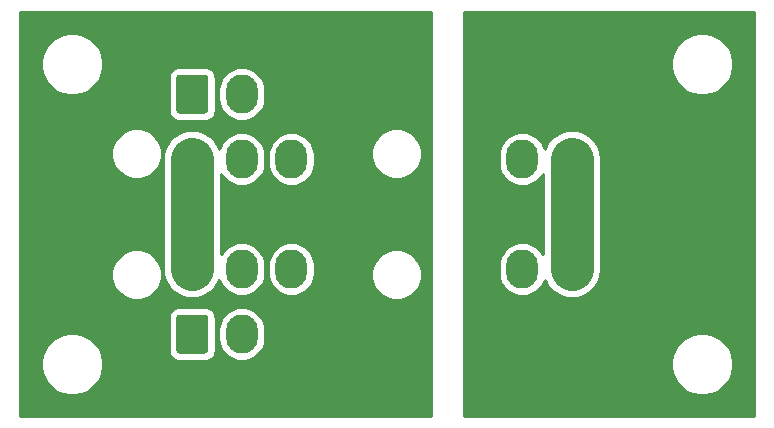
<source format=gbr>
%TF.GenerationSoftware,KiCad,Pcbnew,(5.1.9)-1*%
%TF.CreationDate,2021-11-10T12:24:04-07:00*%
%TF.ProjectId,ABSIS_Bulkhead_Connector,41425349-535f-4427-956c-6b686561645f,rev?*%
%TF.SameCoordinates,Original*%
%TF.FileFunction,Copper,L1,Top*%
%TF.FilePolarity,Positive*%
%FSLAX46Y46*%
G04 Gerber Fmt 4.6, Leading zero omitted, Abs format (unit mm)*
G04 Created by KiCad (PCBNEW (5.1.9)-1) date 2021-11-10 12:24:04*
%MOMM*%
%LPD*%
G01*
G04 APERTURE LIST*
%TA.AperFunction,ComponentPad*%
%ADD10O,2.700000X3.300000*%
%TD*%
%TA.AperFunction,Conductor*%
%ADD11C,3.657600*%
%TD*%
%TA.AperFunction,Conductor*%
%ADD12C,0.254000*%
%TD*%
%TA.AperFunction,Conductor*%
%ADD13C,0.100000*%
%TD*%
G04 APERTURE END LIST*
D10*
%TO.P,J4,4*%
%TO.N,/BL_DATA*%
X146440000Y-78320000D03*
%TO.P,J4,3*%
%TO.N,/BL_GND*%
X142240000Y-78320000D03*
%TO.P,J4,2*%
%TO.N,/BL_+5V*%
X146440000Y-83820000D03*
%TO.P,J4,1*%
%TA.AperFunction,ComponentPad*%
G36*
G01*
X140890000Y-85219999D02*
X140890000Y-82420001D01*
G75*
G02*
X141140001Y-82170000I250001J0D01*
G01*
X143339999Y-82170000D01*
G75*
G02*
X143590000Y-82420001I0J-250001D01*
G01*
X143590000Y-85219999D01*
G75*
G02*
X143339999Y-85470000I-250001J0D01*
G01*
X141140001Y-85470000D01*
G75*
G02*
X140890000Y-85219999I0J250001D01*
G01*
G37*
%TD.AperFunction*%
%TD*%
%TO.P,J3,8*%
%TO.N,/ABSIS_+12V*%
X126900000Y-78320000D03*
%TO.P,J3,7*%
%TO.N,/ABSIS_+5V*%
X122700000Y-78320000D03*
%TO.P,J3,6*%
X118500000Y-78320000D03*
%TO.P,J3,5*%
%TO.N,/ABSIS_+3.3V*%
X114300000Y-78320000D03*
%TO.P,J3,4*%
%TO.N,/ABSIS_+12V*%
X126900000Y-83820000D03*
%TO.P,J3,3*%
X122700000Y-83820000D03*
%TO.P,J3,2*%
%TO.N,/ABSIS_GND*%
X118500000Y-83820000D03*
%TO.P,J3,1*%
%TA.AperFunction,ComponentPad*%
G36*
G01*
X112950000Y-85219999D02*
X112950000Y-82420001D01*
G75*
G02*
X113200001Y-82170000I250001J0D01*
G01*
X115399999Y-82170000D01*
G75*
G02*
X115650000Y-82420001I0J-250001D01*
G01*
X115650000Y-85219999D01*
G75*
G02*
X115399999Y-85470000I-250001J0D01*
G01*
X113200001Y-85470000D01*
G75*
G02*
X112950000Y-85219999I0J250001D01*
G01*
G37*
%TD.AperFunction*%
%TD*%
%TO.P,J2,4*%
%TO.N,/BL_DATA*%
X146440000Y-69000000D03*
%TO.P,J2,3*%
%TO.N,/BL_GND*%
X142240000Y-69000000D03*
%TO.P,J2,2*%
%TO.N,/BL_+5V*%
X146440000Y-63500000D03*
%TO.P,J2,1*%
%TA.AperFunction,ComponentPad*%
G36*
G01*
X140890000Y-64899999D02*
X140890000Y-62100001D01*
G75*
G02*
X141140001Y-61850000I250001J0D01*
G01*
X143339999Y-61850000D01*
G75*
G02*
X143590000Y-62100001I0J-250001D01*
G01*
X143590000Y-64899999D01*
G75*
G02*
X143339999Y-65150000I-250001J0D01*
G01*
X141140001Y-65150000D01*
G75*
G02*
X140890000Y-64899999I0J250001D01*
G01*
G37*
%TD.AperFunction*%
%TD*%
%TO.P,J1,8*%
%TO.N,/ABSIS_+12V*%
X126900000Y-69000000D03*
%TO.P,J1,7*%
%TO.N,/ABSIS_+5V*%
X122700000Y-69000000D03*
%TO.P,J1,6*%
X118500000Y-69000000D03*
%TO.P,J1,5*%
%TO.N,/ABSIS_+3.3V*%
X114300000Y-69000000D03*
%TO.P,J1,4*%
%TO.N,/ABSIS_+12V*%
X126900000Y-63500000D03*
%TO.P,J1,3*%
X122700000Y-63500000D03*
%TO.P,J1,2*%
%TO.N,/ABSIS_GND*%
X118500000Y-63500000D03*
%TO.P,J1,1*%
%TA.AperFunction,ComponentPad*%
G36*
G01*
X112950000Y-64899999D02*
X112950000Y-62100001D01*
G75*
G02*
X113200001Y-61850000I250001J0D01*
G01*
X115399999Y-61850000D01*
G75*
G02*
X115650000Y-62100001I0J-250001D01*
G01*
X115650000Y-64899999D01*
G75*
G02*
X115399999Y-65150000I-250001J0D01*
G01*
X113200001Y-65150000D01*
G75*
G02*
X112950000Y-64899999I0J250001D01*
G01*
G37*
%TD.AperFunction*%
%TD*%
D11*
%TO.N,/ABSIS_+3.3V*%
X114300000Y-78320000D02*
X114300000Y-69000000D01*
%TO.N,/BL_DATA*%
X146440000Y-69000000D02*
X146440000Y-78320000D01*
%TD*%
D12*
%TO.N,/ABSIS_+12V*%
X134493000Y-90780000D02*
X99720000Y-90780000D01*
X99720000Y-86100475D01*
X101505000Y-86100475D01*
X101505000Y-86619525D01*
X101606261Y-87128601D01*
X101804893Y-87608141D01*
X102093262Y-88039715D01*
X102460285Y-88406738D01*
X102891859Y-88695107D01*
X103371399Y-88893739D01*
X103880475Y-88995000D01*
X104399525Y-88995000D01*
X104908601Y-88893739D01*
X105388141Y-88695107D01*
X105819715Y-88406738D01*
X106186738Y-88039715D01*
X106475107Y-87608141D01*
X106673739Y-87128601D01*
X106775000Y-86619525D01*
X106775000Y-86100475D01*
X106673739Y-85591399D01*
X106475107Y-85111859D01*
X106186738Y-84680285D01*
X105819715Y-84313262D01*
X105388141Y-84024893D01*
X104908601Y-83826261D01*
X104399525Y-83725000D01*
X103880475Y-83725000D01*
X103371399Y-83826261D01*
X102891859Y-84024893D01*
X102460285Y-84313262D01*
X102093262Y-84680285D01*
X101804893Y-85111859D01*
X101606261Y-85591399D01*
X101505000Y-86100475D01*
X99720000Y-86100475D01*
X99720000Y-82420001D01*
X112311928Y-82420001D01*
X112311928Y-85219999D01*
X112328992Y-85393253D01*
X112379529Y-85559850D01*
X112461595Y-85713386D01*
X112572039Y-85847961D01*
X112706614Y-85958405D01*
X112860150Y-86040471D01*
X113026747Y-86091008D01*
X113200001Y-86108072D01*
X115399999Y-86108072D01*
X115573253Y-86091008D01*
X115739850Y-86040471D01*
X115893386Y-85958405D01*
X116027961Y-85847961D01*
X116138405Y-85713386D01*
X116220471Y-85559850D01*
X116271008Y-85393253D01*
X116288072Y-85219999D01*
X116288072Y-83422491D01*
X116515000Y-83422491D01*
X116515000Y-84217510D01*
X116543722Y-84509128D01*
X116657226Y-84883302D01*
X116841547Y-85228143D01*
X117089603Y-85530398D01*
X117391858Y-85778453D01*
X117736699Y-85962774D01*
X118110873Y-86076278D01*
X118500000Y-86114604D01*
X118889128Y-86076278D01*
X119263302Y-85962774D01*
X119608143Y-85778453D01*
X119910398Y-85530398D01*
X120158453Y-85228143D01*
X120342774Y-84883302D01*
X120456278Y-84509127D01*
X120485000Y-84217509D01*
X120485000Y-83422490D01*
X120456278Y-83130872D01*
X120342774Y-82756698D01*
X120158453Y-82411857D01*
X119910398Y-82109602D01*
X119608143Y-81861547D01*
X119263301Y-81677226D01*
X118889127Y-81563722D01*
X118500000Y-81525396D01*
X118110872Y-81563722D01*
X117736698Y-81677226D01*
X117391857Y-81861547D01*
X117089602Y-82109602D01*
X116841547Y-82411857D01*
X116657226Y-82756699D01*
X116543722Y-83130873D01*
X116515000Y-83422491D01*
X116288072Y-83422491D01*
X116288072Y-82420001D01*
X116271008Y-82246747D01*
X116220471Y-82080150D01*
X116138405Y-81926614D01*
X116027961Y-81792039D01*
X115893386Y-81681595D01*
X115739850Y-81599529D01*
X115573253Y-81548992D01*
X115399999Y-81531928D01*
X113200001Y-81531928D01*
X113026747Y-81548992D01*
X112860150Y-81599529D01*
X112706614Y-81681595D01*
X112572039Y-81792039D01*
X112461595Y-81926614D01*
X112379529Y-82080150D01*
X112328992Y-82246747D01*
X112311928Y-82420001D01*
X99720000Y-82420001D01*
X99720000Y-78569721D01*
X107465000Y-78569721D01*
X107465000Y-78990279D01*
X107547047Y-79402756D01*
X107707988Y-79791302D01*
X107941637Y-80140983D01*
X108239017Y-80438363D01*
X108588698Y-80672012D01*
X108977244Y-80832953D01*
X109389721Y-80915000D01*
X109810279Y-80915000D01*
X110222756Y-80832953D01*
X110611302Y-80672012D01*
X110960983Y-80438363D01*
X111258363Y-80140983D01*
X111492012Y-79791302D01*
X111652953Y-79402756D01*
X111735000Y-78990279D01*
X111735000Y-78569721D01*
X111709403Y-78441036D01*
X111836200Y-78441036D01*
X111871849Y-78802988D01*
X112012732Y-79267416D01*
X112241513Y-79695436D01*
X112549401Y-80070599D01*
X112924563Y-80378487D01*
X113352583Y-80607268D01*
X113817011Y-80748151D01*
X114300000Y-80795721D01*
X114782988Y-80748151D01*
X115247416Y-80607268D01*
X115675436Y-80378487D01*
X116050599Y-80070599D01*
X116358487Y-79695437D01*
X116587268Y-79267417D01*
X116604670Y-79210049D01*
X116657226Y-79383302D01*
X116841547Y-79728143D01*
X117089603Y-80030398D01*
X117391858Y-80278453D01*
X117736699Y-80462774D01*
X118110873Y-80576278D01*
X118500000Y-80614604D01*
X118889128Y-80576278D01*
X119263302Y-80462774D01*
X119608143Y-80278453D01*
X119910398Y-80030398D01*
X120158453Y-79728143D01*
X120342774Y-79383302D01*
X120456278Y-79009127D01*
X120485000Y-78717509D01*
X120485000Y-77922491D01*
X120715000Y-77922491D01*
X120715000Y-78717510D01*
X120743722Y-79009128D01*
X120857226Y-79383302D01*
X121041547Y-79728143D01*
X121289603Y-80030398D01*
X121591858Y-80278453D01*
X121936699Y-80462774D01*
X122310873Y-80576278D01*
X122700000Y-80614604D01*
X123089128Y-80576278D01*
X123463302Y-80462774D01*
X123808143Y-80278453D01*
X124110398Y-80030398D01*
X124358453Y-79728143D01*
X124542774Y-79383302D01*
X124656278Y-79009127D01*
X124685000Y-78717509D01*
X124685000Y-78569721D01*
X129465000Y-78569721D01*
X129465000Y-78990279D01*
X129547047Y-79402756D01*
X129707988Y-79791302D01*
X129941637Y-80140983D01*
X130239017Y-80438363D01*
X130588698Y-80672012D01*
X130977244Y-80832953D01*
X131389721Y-80915000D01*
X131810279Y-80915000D01*
X132222756Y-80832953D01*
X132611302Y-80672012D01*
X132960983Y-80438363D01*
X133258363Y-80140983D01*
X133492012Y-79791302D01*
X133652953Y-79402756D01*
X133735000Y-78990279D01*
X133735000Y-78569721D01*
X133652953Y-78157244D01*
X133492012Y-77768698D01*
X133258363Y-77419017D01*
X132960983Y-77121637D01*
X132611302Y-76887988D01*
X132222756Y-76727047D01*
X131810279Y-76645000D01*
X131389721Y-76645000D01*
X130977244Y-76727047D01*
X130588698Y-76887988D01*
X130239017Y-77121637D01*
X129941637Y-77419017D01*
X129707988Y-77768698D01*
X129547047Y-78157244D01*
X129465000Y-78569721D01*
X124685000Y-78569721D01*
X124685000Y-77922490D01*
X124656278Y-77630872D01*
X124542774Y-77256698D01*
X124358453Y-76911857D01*
X124110398Y-76609602D01*
X123808143Y-76361547D01*
X123463301Y-76177226D01*
X123089127Y-76063722D01*
X122700000Y-76025396D01*
X122310872Y-76063722D01*
X121936698Y-76177226D01*
X121591857Y-76361547D01*
X121289602Y-76609602D01*
X121041547Y-76911857D01*
X120857226Y-77256699D01*
X120743722Y-77630873D01*
X120715000Y-77922491D01*
X120485000Y-77922491D01*
X120485000Y-77922490D01*
X120456278Y-77630872D01*
X120342774Y-77256698D01*
X120158453Y-76911857D01*
X119910398Y-76609602D01*
X119608143Y-76361547D01*
X119263301Y-76177226D01*
X118889127Y-76063722D01*
X118500000Y-76025396D01*
X118110872Y-76063722D01*
X117736698Y-76177226D01*
X117391857Y-76361547D01*
X117089602Y-76609602D01*
X116841547Y-76911857D01*
X116763800Y-77057312D01*
X116763800Y-70262688D01*
X116841547Y-70408143D01*
X117089603Y-70710398D01*
X117391858Y-70958453D01*
X117736699Y-71142774D01*
X118110873Y-71256278D01*
X118500000Y-71294604D01*
X118889128Y-71256278D01*
X119263302Y-71142774D01*
X119608143Y-70958453D01*
X119910398Y-70710398D01*
X120158453Y-70408143D01*
X120342774Y-70063302D01*
X120456278Y-69689127D01*
X120485000Y-69397509D01*
X120485000Y-68602491D01*
X120715000Y-68602491D01*
X120715000Y-69397510D01*
X120743722Y-69689128D01*
X120857226Y-70063302D01*
X121041547Y-70408143D01*
X121289603Y-70710398D01*
X121591858Y-70958453D01*
X121936699Y-71142774D01*
X122310873Y-71256278D01*
X122700000Y-71294604D01*
X123089128Y-71256278D01*
X123463302Y-71142774D01*
X123808143Y-70958453D01*
X124110398Y-70710398D01*
X124358453Y-70408143D01*
X124542774Y-70063302D01*
X124656278Y-69689127D01*
X124685000Y-69397509D01*
X124685000Y-68602490D01*
X124658135Y-68329721D01*
X129465000Y-68329721D01*
X129465000Y-68750279D01*
X129547047Y-69162756D01*
X129707988Y-69551302D01*
X129941637Y-69900983D01*
X130239017Y-70198363D01*
X130588698Y-70432012D01*
X130977244Y-70592953D01*
X131389721Y-70675000D01*
X131810279Y-70675000D01*
X132222756Y-70592953D01*
X132611302Y-70432012D01*
X132960983Y-70198363D01*
X133258363Y-69900983D01*
X133492012Y-69551302D01*
X133652953Y-69162756D01*
X133735000Y-68750279D01*
X133735000Y-68329721D01*
X133652953Y-67917244D01*
X133492012Y-67528698D01*
X133258363Y-67179017D01*
X132960983Y-66881637D01*
X132611302Y-66647988D01*
X132222756Y-66487047D01*
X131810279Y-66405000D01*
X131389721Y-66405000D01*
X130977244Y-66487047D01*
X130588698Y-66647988D01*
X130239017Y-66881637D01*
X129941637Y-67179017D01*
X129707988Y-67528698D01*
X129547047Y-67917244D01*
X129465000Y-68329721D01*
X124658135Y-68329721D01*
X124656278Y-68310872D01*
X124542774Y-67936698D01*
X124358453Y-67591857D01*
X124110398Y-67289602D01*
X123808143Y-67041547D01*
X123463301Y-66857226D01*
X123089127Y-66743722D01*
X122700000Y-66705396D01*
X122310872Y-66743722D01*
X121936698Y-66857226D01*
X121591857Y-67041547D01*
X121289602Y-67289602D01*
X121041547Y-67591857D01*
X120857226Y-67936699D01*
X120743722Y-68310873D01*
X120715000Y-68602491D01*
X120485000Y-68602491D01*
X120485000Y-68602490D01*
X120456278Y-68310872D01*
X120342774Y-67936698D01*
X120158453Y-67591857D01*
X119910398Y-67289602D01*
X119608143Y-67041547D01*
X119263301Y-66857226D01*
X118889127Y-66743722D01*
X118500000Y-66705396D01*
X118110872Y-66743722D01*
X117736698Y-66857226D01*
X117391857Y-67041547D01*
X117089602Y-67289602D01*
X116841547Y-67591857D01*
X116657226Y-67936699D01*
X116604671Y-68109952D01*
X116587268Y-68052583D01*
X116358487Y-67624563D01*
X116050599Y-67249401D01*
X115675437Y-66941513D01*
X115247417Y-66712732D01*
X114782989Y-66571849D01*
X114300000Y-66524279D01*
X113817012Y-66571849D01*
X113352584Y-66712732D01*
X112924564Y-66941513D01*
X112549402Y-67249401D01*
X112241514Y-67624563D01*
X112012733Y-68052583D01*
X111871850Y-68517011D01*
X111836201Y-68878963D01*
X111836200Y-78441036D01*
X111709403Y-78441036D01*
X111652953Y-78157244D01*
X111492012Y-77768698D01*
X111258363Y-77419017D01*
X110960983Y-77121637D01*
X110611302Y-76887988D01*
X110222756Y-76727047D01*
X109810279Y-76645000D01*
X109389721Y-76645000D01*
X108977244Y-76727047D01*
X108588698Y-76887988D01*
X108239017Y-77121637D01*
X107941637Y-77419017D01*
X107707988Y-77768698D01*
X107547047Y-78157244D01*
X107465000Y-78569721D01*
X99720000Y-78569721D01*
X99720000Y-68329721D01*
X107465000Y-68329721D01*
X107465000Y-68750279D01*
X107547047Y-69162756D01*
X107707988Y-69551302D01*
X107941637Y-69900983D01*
X108239017Y-70198363D01*
X108588698Y-70432012D01*
X108977244Y-70592953D01*
X109389721Y-70675000D01*
X109810279Y-70675000D01*
X110222756Y-70592953D01*
X110611302Y-70432012D01*
X110960983Y-70198363D01*
X111258363Y-69900983D01*
X111492012Y-69551302D01*
X111652953Y-69162756D01*
X111735000Y-68750279D01*
X111735000Y-68329721D01*
X111652953Y-67917244D01*
X111492012Y-67528698D01*
X111258363Y-67179017D01*
X110960983Y-66881637D01*
X110611302Y-66647988D01*
X110222756Y-66487047D01*
X109810279Y-66405000D01*
X109389721Y-66405000D01*
X108977244Y-66487047D01*
X108588698Y-66647988D01*
X108239017Y-66881637D01*
X107941637Y-67179017D01*
X107707988Y-67528698D01*
X107547047Y-67917244D01*
X107465000Y-68329721D01*
X99720000Y-68329721D01*
X99720000Y-60700475D01*
X101505000Y-60700475D01*
X101505000Y-61219525D01*
X101606261Y-61728601D01*
X101804893Y-62208141D01*
X102093262Y-62639715D01*
X102460285Y-63006738D01*
X102891859Y-63295107D01*
X103371399Y-63493739D01*
X103880475Y-63595000D01*
X104399525Y-63595000D01*
X104908601Y-63493739D01*
X105388141Y-63295107D01*
X105819715Y-63006738D01*
X106186738Y-62639715D01*
X106475107Y-62208141D01*
X106519900Y-62100001D01*
X112311928Y-62100001D01*
X112311928Y-64899999D01*
X112328992Y-65073253D01*
X112379529Y-65239850D01*
X112461595Y-65393386D01*
X112572039Y-65527961D01*
X112706614Y-65638405D01*
X112860150Y-65720471D01*
X113026747Y-65771008D01*
X113200001Y-65788072D01*
X115399999Y-65788072D01*
X115573253Y-65771008D01*
X115739850Y-65720471D01*
X115893386Y-65638405D01*
X116027961Y-65527961D01*
X116138405Y-65393386D01*
X116220471Y-65239850D01*
X116271008Y-65073253D01*
X116288072Y-64899999D01*
X116288072Y-63102491D01*
X116515000Y-63102491D01*
X116515000Y-63897510D01*
X116543722Y-64189128D01*
X116657226Y-64563302D01*
X116841547Y-64908143D01*
X117089603Y-65210398D01*
X117391858Y-65458453D01*
X117736699Y-65642774D01*
X118110873Y-65756278D01*
X118500000Y-65794604D01*
X118889128Y-65756278D01*
X119263302Y-65642774D01*
X119608143Y-65458453D01*
X119910398Y-65210398D01*
X120158453Y-64908143D01*
X120342774Y-64563302D01*
X120456278Y-64189127D01*
X120485000Y-63897509D01*
X120485000Y-63102490D01*
X120456278Y-62810872D01*
X120342774Y-62436698D01*
X120158453Y-62091857D01*
X119910398Y-61789602D01*
X119608143Y-61541547D01*
X119263301Y-61357226D01*
X118889127Y-61243722D01*
X118500000Y-61205396D01*
X118110872Y-61243722D01*
X117736698Y-61357226D01*
X117391857Y-61541547D01*
X117089602Y-61789602D01*
X116841547Y-62091857D01*
X116657226Y-62436699D01*
X116543722Y-62810873D01*
X116515000Y-63102491D01*
X116288072Y-63102491D01*
X116288072Y-62100001D01*
X116271008Y-61926747D01*
X116220471Y-61760150D01*
X116138405Y-61606614D01*
X116027961Y-61472039D01*
X115893386Y-61361595D01*
X115739850Y-61279529D01*
X115573253Y-61228992D01*
X115399999Y-61211928D01*
X113200001Y-61211928D01*
X113026747Y-61228992D01*
X112860150Y-61279529D01*
X112706614Y-61361595D01*
X112572039Y-61472039D01*
X112461595Y-61606614D01*
X112379529Y-61760150D01*
X112328992Y-61926747D01*
X112311928Y-62100001D01*
X106519900Y-62100001D01*
X106673739Y-61728601D01*
X106775000Y-61219525D01*
X106775000Y-60700475D01*
X106673739Y-60191399D01*
X106475107Y-59711859D01*
X106186738Y-59280285D01*
X105819715Y-58913262D01*
X105388141Y-58624893D01*
X104908601Y-58426261D01*
X104399525Y-58325000D01*
X103880475Y-58325000D01*
X103371399Y-58426261D01*
X102891859Y-58624893D01*
X102460285Y-58913262D01*
X102093262Y-59280285D01*
X101804893Y-59711859D01*
X101606261Y-60191399D01*
X101505000Y-60700475D01*
X99720000Y-60700475D01*
X99720000Y-56540000D01*
X134493000Y-56540000D01*
X134493000Y-90780000D01*
%TA.AperFunction,Conductor*%
D13*
G36*
X134493000Y-90780000D02*
G01*
X99720000Y-90780000D01*
X99720000Y-86100475D01*
X101505000Y-86100475D01*
X101505000Y-86619525D01*
X101606261Y-87128601D01*
X101804893Y-87608141D01*
X102093262Y-88039715D01*
X102460285Y-88406738D01*
X102891859Y-88695107D01*
X103371399Y-88893739D01*
X103880475Y-88995000D01*
X104399525Y-88995000D01*
X104908601Y-88893739D01*
X105388141Y-88695107D01*
X105819715Y-88406738D01*
X106186738Y-88039715D01*
X106475107Y-87608141D01*
X106673739Y-87128601D01*
X106775000Y-86619525D01*
X106775000Y-86100475D01*
X106673739Y-85591399D01*
X106475107Y-85111859D01*
X106186738Y-84680285D01*
X105819715Y-84313262D01*
X105388141Y-84024893D01*
X104908601Y-83826261D01*
X104399525Y-83725000D01*
X103880475Y-83725000D01*
X103371399Y-83826261D01*
X102891859Y-84024893D01*
X102460285Y-84313262D01*
X102093262Y-84680285D01*
X101804893Y-85111859D01*
X101606261Y-85591399D01*
X101505000Y-86100475D01*
X99720000Y-86100475D01*
X99720000Y-82420001D01*
X112311928Y-82420001D01*
X112311928Y-85219999D01*
X112328992Y-85393253D01*
X112379529Y-85559850D01*
X112461595Y-85713386D01*
X112572039Y-85847961D01*
X112706614Y-85958405D01*
X112860150Y-86040471D01*
X113026747Y-86091008D01*
X113200001Y-86108072D01*
X115399999Y-86108072D01*
X115573253Y-86091008D01*
X115739850Y-86040471D01*
X115893386Y-85958405D01*
X116027961Y-85847961D01*
X116138405Y-85713386D01*
X116220471Y-85559850D01*
X116271008Y-85393253D01*
X116288072Y-85219999D01*
X116288072Y-83422491D01*
X116515000Y-83422491D01*
X116515000Y-84217510D01*
X116543722Y-84509128D01*
X116657226Y-84883302D01*
X116841547Y-85228143D01*
X117089603Y-85530398D01*
X117391858Y-85778453D01*
X117736699Y-85962774D01*
X118110873Y-86076278D01*
X118500000Y-86114604D01*
X118889128Y-86076278D01*
X119263302Y-85962774D01*
X119608143Y-85778453D01*
X119910398Y-85530398D01*
X120158453Y-85228143D01*
X120342774Y-84883302D01*
X120456278Y-84509127D01*
X120485000Y-84217509D01*
X120485000Y-83422490D01*
X120456278Y-83130872D01*
X120342774Y-82756698D01*
X120158453Y-82411857D01*
X119910398Y-82109602D01*
X119608143Y-81861547D01*
X119263301Y-81677226D01*
X118889127Y-81563722D01*
X118500000Y-81525396D01*
X118110872Y-81563722D01*
X117736698Y-81677226D01*
X117391857Y-81861547D01*
X117089602Y-82109602D01*
X116841547Y-82411857D01*
X116657226Y-82756699D01*
X116543722Y-83130873D01*
X116515000Y-83422491D01*
X116288072Y-83422491D01*
X116288072Y-82420001D01*
X116271008Y-82246747D01*
X116220471Y-82080150D01*
X116138405Y-81926614D01*
X116027961Y-81792039D01*
X115893386Y-81681595D01*
X115739850Y-81599529D01*
X115573253Y-81548992D01*
X115399999Y-81531928D01*
X113200001Y-81531928D01*
X113026747Y-81548992D01*
X112860150Y-81599529D01*
X112706614Y-81681595D01*
X112572039Y-81792039D01*
X112461595Y-81926614D01*
X112379529Y-82080150D01*
X112328992Y-82246747D01*
X112311928Y-82420001D01*
X99720000Y-82420001D01*
X99720000Y-78569721D01*
X107465000Y-78569721D01*
X107465000Y-78990279D01*
X107547047Y-79402756D01*
X107707988Y-79791302D01*
X107941637Y-80140983D01*
X108239017Y-80438363D01*
X108588698Y-80672012D01*
X108977244Y-80832953D01*
X109389721Y-80915000D01*
X109810279Y-80915000D01*
X110222756Y-80832953D01*
X110611302Y-80672012D01*
X110960983Y-80438363D01*
X111258363Y-80140983D01*
X111492012Y-79791302D01*
X111652953Y-79402756D01*
X111735000Y-78990279D01*
X111735000Y-78569721D01*
X111709403Y-78441036D01*
X111836200Y-78441036D01*
X111871849Y-78802988D01*
X112012732Y-79267416D01*
X112241513Y-79695436D01*
X112549401Y-80070599D01*
X112924563Y-80378487D01*
X113352583Y-80607268D01*
X113817011Y-80748151D01*
X114300000Y-80795721D01*
X114782988Y-80748151D01*
X115247416Y-80607268D01*
X115675436Y-80378487D01*
X116050599Y-80070599D01*
X116358487Y-79695437D01*
X116587268Y-79267417D01*
X116604670Y-79210049D01*
X116657226Y-79383302D01*
X116841547Y-79728143D01*
X117089603Y-80030398D01*
X117391858Y-80278453D01*
X117736699Y-80462774D01*
X118110873Y-80576278D01*
X118500000Y-80614604D01*
X118889128Y-80576278D01*
X119263302Y-80462774D01*
X119608143Y-80278453D01*
X119910398Y-80030398D01*
X120158453Y-79728143D01*
X120342774Y-79383302D01*
X120456278Y-79009127D01*
X120485000Y-78717509D01*
X120485000Y-77922491D01*
X120715000Y-77922491D01*
X120715000Y-78717510D01*
X120743722Y-79009128D01*
X120857226Y-79383302D01*
X121041547Y-79728143D01*
X121289603Y-80030398D01*
X121591858Y-80278453D01*
X121936699Y-80462774D01*
X122310873Y-80576278D01*
X122700000Y-80614604D01*
X123089128Y-80576278D01*
X123463302Y-80462774D01*
X123808143Y-80278453D01*
X124110398Y-80030398D01*
X124358453Y-79728143D01*
X124542774Y-79383302D01*
X124656278Y-79009127D01*
X124685000Y-78717509D01*
X124685000Y-78569721D01*
X129465000Y-78569721D01*
X129465000Y-78990279D01*
X129547047Y-79402756D01*
X129707988Y-79791302D01*
X129941637Y-80140983D01*
X130239017Y-80438363D01*
X130588698Y-80672012D01*
X130977244Y-80832953D01*
X131389721Y-80915000D01*
X131810279Y-80915000D01*
X132222756Y-80832953D01*
X132611302Y-80672012D01*
X132960983Y-80438363D01*
X133258363Y-80140983D01*
X133492012Y-79791302D01*
X133652953Y-79402756D01*
X133735000Y-78990279D01*
X133735000Y-78569721D01*
X133652953Y-78157244D01*
X133492012Y-77768698D01*
X133258363Y-77419017D01*
X132960983Y-77121637D01*
X132611302Y-76887988D01*
X132222756Y-76727047D01*
X131810279Y-76645000D01*
X131389721Y-76645000D01*
X130977244Y-76727047D01*
X130588698Y-76887988D01*
X130239017Y-77121637D01*
X129941637Y-77419017D01*
X129707988Y-77768698D01*
X129547047Y-78157244D01*
X129465000Y-78569721D01*
X124685000Y-78569721D01*
X124685000Y-77922490D01*
X124656278Y-77630872D01*
X124542774Y-77256698D01*
X124358453Y-76911857D01*
X124110398Y-76609602D01*
X123808143Y-76361547D01*
X123463301Y-76177226D01*
X123089127Y-76063722D01*
X122700000Y-76025396D01*
X122310872Y-76063722D01*
X121936698Y-76177226D01*
X121591857Y-76361547D01*
X121289602Y-76609602D01*
X121041547Y-76911857D01*
X120857226Y-77256699D01*
X120743722Y-77630873D01*
X120715000Y-77922491D01*
X120485000Y-77922491D01*
X120485000Y-77922490D01*
X120456278Y-77630872D01*
X120342774Y-77256698D01*
X120158453Y-76911857D01*
X119910398Y-76609602D01*
X119608143Y-76361547D01*
X119263301Y-76177226D01*
X118889127Y-76063722D01*
X118500000Y-76025396D01*
X118110872Y-76063722D01*
X117736698Y-76177226D01*
X117391857Y-76361547D01*
X117089602Y-76609602D01*
X116841547Y-76911857D01*
X116763800Y-77057312D01*
X116763800Y-70262688D01*
X116841547Y-70408143D01*
X117089603Y-70710398D01*
X117391858Y-70958453D01*
X117736699Y-71142774D01*
X118110873Y-71256278D01*
X118500000Y-71294604D01*
X118889128Y-71256278D01*
X119263302Y-71142774D01*
X119608143Y-70958453D01*
X119910398Y-70710398D01*
X120158453Y-70408143D01*
X120342774Y-70063302D01*
X120456278Y-69689127D01*
X120485000Y-69397509D01*
X120485000Y-68602491D01*
X120715000Y-68602491D01*
X120715000Y-69397510D01*
X120743722Y-69689128D01*
X120857226Y-70063302D01*
X121041547Y-70408143D01*
X121289603Y-70710398D01*
X121591858Y-70958453D01*
X121936699Y-71142774D01*
X122310873Y-71256278D01*
X122700000Y-71294604D01*
X123089128Y-71256278D01*
X123463302Y-71142774D01*
X123808143Y-70958453D01*
X124110398Y-70710398D01*
X124358453Y-70408143D01*
X124542774Y-70063302D01*
X124656278Y-69689127D01*
X124685000Y-69397509D01*
X124685000Y-68602490D01*
X124658135Y-68329721D01*
X129465000Y-68329721D01*
X129465000Y-68750279D01*
X129547047Y-69162756D01*
X129707988Y-69551302D01*
X129941637Y-69900983D01*
X130239017Y-70198363D01*
X130588698Y-70432012D01*
X130977244Y-70592953D01*
X131389721Y-70675000D01*
X131810279Y-70675000D01*
X132222756Y-70592953D01*
X132611302Y-70432012D01*
X132960983Y-70198363D01*
X133258363Y-69900983D01*
X133492012Y-69551302D01*
X133652953Y-69162756D01*
X133735000Y-68750279D01*
X133735000Y-68329721D01*
X133652953Y-67917244D01*
X133492012Y-67528698D01*
X133258363Y-67179017D01*
X132960983Y-66881637D01*
X132611302Y-66647988D01*
X132222756Y-66487047D01*
X131810279Y-66405000D01*
X131389721Y-66405000D01*
X130977244Y-66487047D01*
X130588698Y-66647988D01*
X130239017Y-66881637D01*
X129941637Y-67179017D01*
X129707988Y-67528698D01*
X129547047Y-67917244D01*
X129465000Y-68329721D01*
X124658135Y-68329721D01*
X124656278Y-68310872D01*
X124542774Y-67936698D01*
X124358453Y-67591857D01*
X124110398Y-67289602D01*
X123808143Y-67041547D01*
X123463301Y-66857226D01*
X123089127Y-66743722D01*
X122700000Y-66705396D01*
X122310872Y-66743722D01*
X121936698Y-66857226D01*
X121591857Y-67041547D01*
X121289602Y-67289602D01*
X121041547Y-67591857D01*
X120857226Y-67936699D01*
X120743722Y-68310873D01*
X120715000Y-68602491D01*
X120485000Y-68602491D01*
X120485000Y-68602490D01*
X120456278Y-68310872D01*
X120342774Y-67936698D01*
X120158453Y-67591857D01*
X119910398Y-67289602D01*
X119608143Y-67041547D01*
X119263301Y-66857226D01*
X118889127Y-66743722D01*
X118500000Y-66705396D01*
X118110872Y-66743722D01*
X117736698Y-66857226D01*
X117391857Y-67041547D01*
X117089602Y-67289602D01*
X116841547Y-67591857D01*
X116657226Y-67936699D01*
X116604671Y-68109952D01*
X116587268Y-68052583D01*
X116358487Y-67624563D01*
X116050599Y-67249401D01*
X115675437Y-66941513D01*
X115247417Y-66712732D01*
X114782989Y-66571849D01*
X114300000Y-66524279D01*
X113817012Y-66571849D01*
X113352584Y-66712732D01*
X112924564Y-66941513D01*
X112549402Y-67249401D01*
X112241514Y-67624563D01*
X112012733Y-68052583D01*
X111871850Y-68517011D01*
X111836201Y-68878963D01*
X111836200Y-78441036D01*
X111709403Y-78441036D01*
X111652953Y-78157244D01*
X111492012Y-77768698D01*
X111258363Y-77419017D01*
X110960983Y-77121637D01*
X110611302Y-76887988D01*
X110222756Y-76727047D01*
X109810279Y-76645000D01*
X109389721Y-76645000D01*
X108977244Y-76727047D01*
X108588698Y-76887988D01*
X108239017Y-77121637D01*
X107941637Y-77419017D01*
X107707988Y-77768698D01*
X107547047Y-78157244D01*
X107465000Y-78569721D01*
X99720000Y-78569721D01*
X99720000Y-68329721D01*
X107465000Y-68329721D01*
X107465000Y-68750279D01*
X107547047Y-69162756D01*
X107707988Y-69551302D01*
X107941637Y-69900983D01*
X108239017Y-70198363D01*
X108588698Y-70432012D01*
X108977244Y-70592953D01*
X109389721Y-70675000D01*
X109810279Y-70675000D01*
X110222756Y-70592953D01*
X110611302Y-70432012D01*
X110960983Y-70198363D01*
X111258363Y-69900983D01*
X111492012Y-69551302D01*
X111652953Y-69162756D01*
X111735000Y-68750279D01*
X111735000Y-68329721D01*
X111652953Y-67917244D01*
X111492012Y-67528698D01*
X111258363Y-67179017D01*
X110960983Y-66881637D01*
X110611302Y-66647988D01*
X110222756Y-66487047D01*
X109810279Y-66405000D01*
X109389721Y-66405000D01*
X108977244Y-66487047D01*
X108588698Y-66647988D01*
X108239017Y-66881637D01*
X107941637Y-67179017D01*
X107707988Y-67528698D01*
X107547047Y-67917244D01*
X107465000Y-68329721D01*
X99720000Y-68329721D01*
X99720000Y-60700475D01*
X101505000Y-60700475D01*
X101505000Y-61219525D01*
X101606261Y-61728601D01*
X101804893Y-62208141D01*
X102093262Y-62639715D01*
X102460285Y-63006738D01*
X102891859Y-63295107D01*
X103371399Y-63493739D01*
X103880475Y-63595000D01*
X104399525Y-63595000D01*
X104908601Y-63493739D01*
X105388141Y-63295107D01*
X105819715Y-63006738D01*
X106186738Y-62639715D01*
X106475107Y-62208141D01*
X106519900Y-62100001D01*
X112311928Y-62100001D01*
X112311928Y-64899999D01*
X112328992Y-65073253D01*
X112379529Y-65239850D01*
X112461595Y-65393386D01*
X112572039Y-65527961D01*
X112706614Y-65638405D01*
X112860150Y-65720471D01*
X113026747Y-65771008D01*
X113200001Y-65788072D01*
X115399999Y-65788072D01*
X115573253Y-65771008D01*
X115739850Y-65720471D01*
X115893386Y-65638405D01*
X116027961Y-65527961D01*
X116138405Y-65393386D01*
X116220471Y-65239850D01*
X116271008Y-65073253D01*
X116288072Y-64899999D01*
X116288072Y-63102491D01*
X116515000Y-63102491D01*
X116515000Y-63897510D01*
X116543722Y-64189128D01*
X116657226Y-64563302D01*
X116841547Y-64908143D01*
X117089603Y-65210398D01*
X117391858Y-65458453D01*
X117736699Y-65642774D01*
X118110873Y-65756278D01*
X118500000Y-65794604D01*
X118889128Y-65756278D01*
X119263302Y-65642774D01*
X119608143Y-65458453D01*
X119910398Y-65210398D01*
X120158453Y-64908143D01*
X120342774Y-64563302D01*
X120456278Y-64189127D01*
X120485000Y-63897509D01*
X120485000Y-63102490D01*
X120456278Y-62810872D01*
X120342774Y-62436698D01*
X120158453Y-62091857D01*
X119910398Y-61789602D01*
X119608143Y-61541547D01*
X119263301Y-61357226D01*
X118889127Y-61243722D01*
X118500000Y-61205396D01*
X118110872Y-61243722D01*
X117736698Y-61357226D01*
X117391857Y-61541547D01*
X117089602Y-61789602D01*
X116841547Y-62091857D01*
X116657226Y-62436699D01*
X116543722Y-62810873D01*
X116515000Y-63102491D01*
X116288072Y-63102491D01*
X116288072Y-62100001D01*
X116271008Y-61926747D01*
X116220471Y-61760150D01*
X116138405Y-61606614D01*
X116027961Y-61472039D01*
X115893386Y-61361595D01*
X115739850Y-61279529D01*
X115573253Y-61228992D01*
X115399999Y-61211928D01*
X113200001Y-61211928D01*
X113026747Y-61228992D01*
X112860150Y-61279529D01*
X112706614Y-61361595D01*
X112572039Y-61472039D01*
X112461595Y-61606614D01*
X112379529Y-61760150D01*
X112328992Y-61926747D01*
X112311928Y-62100001D01*
X106519900Y-62100001D01*
X106673739Y-61728601D01*
X106775000Y-61219525D01*
X106775000Y-60700475D01*
X106673739Y-60191399D01*
X106475107Y-59711859D01*
X106186738Y-59280285D01*
X105819715Y-58913262D01*
X105388141Y-58624893D01*
X104908601Y-58426261D01*
X104399525Y-58325000D01*
X103880475Y-58325000D01*
X103371399Y-58426261D01*
X102891859Y-58624893D01*
X102460285Y-58913262D01*
X102093262Y-59280285D01*
X101804893Y-59711859D01*
X101606261Y-60191399D01*
X101505000Y-60700475D01*
X99720000Y-60700475D01*
X99720000Y-56540000D01*
X134493000Y-56540000D01*
X134493000Y-90780000D01*
G37*
%TD.AperFunction*%
%TD*%
D12*
%TO.N,/BL_+5V*%
X161900001Y-90780000D02*
X137287000Y-90780000D01*
X137287000Y-86100475D01*
X154845000Y-86100475D01*
X154845000Y-86619525D01*
X154946261Y-87128601D01*
X155144893Y-87608141D01*
X155433262Y-88039715D01*
X155800285Y-88406738D01*
X156231859Y-88695107D01*
X156711399Y-88893739D01*
X157220475Y-88995000D01*
X157739525Y-88995000D01*
X158248601Y-88893739D01*
X158728141Y-88695107D01*
X159159715Y-88406738D01*
X159526738Y-88039715D01*
X159815107Y-87608141D01*
X160013739Y-87128601D01*
X160115000Y-86619525D01*
X160115000Y-86100475D01*
X160013739Y-85591399D01*
X159815107Y-85111859D01*
X159526738Y-84680285D01*
X159159715Y-84313262D01*
X158728141Y-84024893D01*
X158248601Y-83826261D01*
X157739525Y-83725000D01*
X157220475Y-83725000D01*
X156711399Y-83826261D01*
X156231859Y-84024893D01*
X155800285Y-84313262D01*
X155433262Y-84680285D01*
X155144893Y-85111859D01*
X154946261Y-85591399D01*
X154845000Y-86100475D01*
X137287000Y-86100475D01*
X137287000Y-68602491D01*
X140255000Y-68602491D01*
X140255000Y-69397510D01*
X140283722Y-69689128D01*
X140397226Y-70063302D01*
X140581547Y-70408143D01*
X140829603Y-70710398D01*
X141131858Y-70958453D01*
X141476699Y-71142774D01*
X141850873Y-71256278D01*
X142240000Y-71294604D01*
X142629128Y-71256278D01*
X143003302Y-71142774D01*
X143348143Y-70958453D01*
X143650398Y-70710398D01*
X143898453Y-70408143D01*
X143976200Y-70262688D01*
X143976201Y-77057313D01*
X143898453Y-76911857D01*
X143650398Y-76609602D01*
X143348143Y-76361547D01*
X143003301Y-76177226D01*
X142629127Y-76063722D01*
X142240000Y-76025396D01*
X141850872Y-76063722D01*
X141476698Y-76177226D01*
X141131857Y-76361547D01*
X140829602Y-76609602D01*
X140581547Y-76911857D01*
X140397226Y-77256699D01*
X140283722Y-77630873D01*
X140255000Y-77922491D01*
X140255000Y-78717510D01*
X140283722Y-79009128D01*
X140397226Y-79383302D01*
X140581547Y-79728143D01*
X140829603Y-80030398D01*
X141131858Y-80278453D01*
X141476699Y-80462774D01*
X141850873Y-80576278D01*
X142240000Y-80614604D01*
X142629128Y-80576278D01*
X143003302Y-80462774D01*
X143348143Y-80278453D01*
X143650398Y-80030398D01*
X143898453Y-79728143D01*
X144082774Y-79383302D01*
X144135330Y-79210047D01*
X144152733Y-79267417D01*
X144381514Y-79695437D01*
X144689402Y-80070599D01*
X145064564Y-80378487D01*
X145492584Y-80607268D01*
X145957012Y-80748151D01*
X146440000Y-80795721D01*
X146922989Y-80748151D01*
X147387417Y-80607268D01*
X147815437Y-80378487D01*
X148190599Y-80070599D01*
X148498487Y-79695437D01*
X148727268Y-79267417D01*
X148868151Y-78802989D01*
X148903800Y-78441037D01*
X148903800Y-68878963D01*
X148868151Y-68517011D01*
X148727268Y-68052583D01*
X148498487Y-67624563D01*
X148190599Y-67249401D01*
X147815436Y-66941513D01*
X147387416Y-66712732D01*
X146922988Y-66571849D01*
X146440000Y-66524279D01*
X145957011Y-66571849D01*
X145492583Y-66712732D01*
X145064563Y-66941513D01*
X144689401Y-67249401D01*
X144381513Y-67624564D01*
X144152732Y-68052584D01*
X144135330Y-68109952D01*
X144082774Y-67936698D01*
X143898453Y-67591857D01*
X143650398Y-67289602D01*
X143348143Y-67041547D01*
X143003301Y-66857226D01*
X142629127Y-66743722D01*
X142240000Y-66705396D01*
X141850872Y-66743722D01*
X141476698Y-66857226D01*
X141131857Y-67041547D01*
X140829602Y-67289602D01*
X140581547Y-67591857D01*
X140397226Y-67936699D01*
X140283722Y-68310873D01*
X140255000Y-68602491D01*
X137287000Y-68602491D01*
X137287000Y-60700475D01*
X154845000Y-60700475D01*
X154845000Y-61219525D01*
X154946261Y-61728601D01*
X155144893Y-62208141D01*
X155433262Y-62639715D01*
X155800285Y-63006738D01*
X156231859Y-63295107D01*
X156711399Y-63493739D01*
X157220475Y-63595000D01*
X157739525Y-63595000D01*
X158248601Y-63493739D01*
X158728141Y-63295107D01*
X159159715Y-63006738D01*
X159526738Y-62639715D01*
X159815107Y-62208141D01*
X160013739Y-61728601D01*
X160115000Y-61219525D01*
X160115000Y-60700475D01*
X160013739Y-60191399D01*
X159815107Y-59711859D01*
X159526738Y-59280285D01*
X159159715Y-58913262D01*
X158728141Y-58624893D01*
X158248601Y-58426261D01*
X157739525Y-58325000D01*
X157220475Y-58325000D01*
X156711399Y-58426261D01*
X156231859Y-58624893D01*
X155800285Y-58913262D01*
X155433262Y-59280285D01*
X155144893Y-59711859D01*
X154946261Y-60191399D01*
X154845000Y-60700475D01*
X137287000Y-60700475D01*
X137287000Y-56540000D01*
X161900000Y-56540000D01*
X161900001Y-90780000D01*
%TA.AperFunction,Conductor*%
D13*
G36*
X161900001Y-90780000D02*
G01*
X137287000Y-90780000D01*
X137287000Y-86100475D01*
X154845000Y-86100475D01*
X154845000Y-86619525D01*
X154946261Y-87128601D01*
X155144893Y-87608141D01*
X155433262Y-88039715D01*
X155800285Y-88406738D01*
X156231859Y-88695107D01*
X156711399Y-88893739D01*
X157220475Y-88995000D01*
X157739525Y-88995000D01*
X158248601Y-88893739D01*
X158728141Y-88695107D01*
X159159715Y-88406738D01*
X159526738Y-88039715D01*
X159815107Y-87608141D01*
X160013739Y-87128601D01*
X160115000Y-86619525D01*
X160115000Y-86100475D01*
X160013739Y-85591399D01*
X159815107Y-85111859D01*
X159526738Y-84680285D01*
X159159715Y-84313262D01*
X158728141Y-84024893D01*
X158248601Y-83826261D01*
X157739525Y-83725000D01*
X157220475Y-83725000D01*
X156711399Y-83826261D01*
X156231859Y-84024893D01*
X155800285Y-84313262D01*
X155433262Y-84680285D01*
X155144893Y-85111859D01*
X154946261Y-85591399D01*
X154845000Y-86100475D01*
X137287000Y-86100475D01*
X137287000Y-68602491D01*
X140255000Y-68602491D01*
X140255000Y-69397510D01*
X140283722Y-69689128D01*
X140397226Y-70063302D01*
X140581547Y-70408143D01*
X140829603Y-70710398D01*
X141131858Y-70958453D01*
X141476699Y-71142774D01*
X141850873Y-71256278D01*
X142240000Y-71294604D01*
X142629128Y-71256278D01*
X143003302Y-71142774D01*
X143348143Y-70958453D01*
X143650398Y-70710398D01*
X143898453Y-70408143D01*
X143976200Y-70262688D01*
X143976201Y-77057313D01*
X143898453Y-76911857D01*
X143650398Y-76609602D01*
X143348143Y-76361547D01*
X143003301Y-76177226D01*
X142629127Y-76063722D01*
X142240000Y-76025396D01*
X141850872Y-76063722D01*
X141476698Y-76177226D01*
X141131857Y-76361547D01*
X140829602Y-76609602D01*
X140581547Y-76911857D01*
X140397226Y-77256699D01*
X140283722Y-77630873D01*
X140255000Y-77922491D01*
X140255000Y-78717510D01*
X140283722Y-79009128D01*
X140397226Y-79383302D01*
X140581547Y-79728143D01*
X140829603Y-80030398D01*
X141131858Y-80278453D01*
X141476699Y-80462774D01*
X141850873Y-80576278D01*
X142240000Y-80614604D01*
X142629128Y-80576278D01*
X143003302Y-80462774D01*
X143348143Y-80278453D01*
X143650398Y-80030398D01*
X143898453Y-79728143D01*
X144082774Y-79383302D01*
X144135330Y-79210047D01*
X144152733Y-79267417D01*
X144381514Y-79695437D01*
X144689402Y-80070599D01*
X145064564Y-80378487D01*
X145492584Y-80607268D01*
X145957012Y-80748151D01*
X146440000Y-80795721D01*
X146922989Y-80748151D01*
X147387417Y-80607268D01*
X147815437Y-80378487D01*
X148190599Y-80070599D01*
X148498487Y-79695437D01*
X148727268Y-79267417D01*
X148868151Y-78802989D01*
X148903800Y-78441037D01*
X148903800Y-68878963D01*
X148868151Y-68517011D01*
X148727268Y-68052583D01*
X148498487Y-67624563D01*
X148190599Y-67249401D01*
X147815436Y-66941513D01*
X147387416Y-66712732D01*
X146922988Y-66571849D01*
X146440000Y-66524279D01*
X145957011Y-66571849D01*
X145492583Y-66712732D01*
X145064563Y-66941513D01*
X144689401Y-67249401D01*
X144381513Y-67624564D01*
X144152732Y-68052584D01*
X144135330Y-68109952D01*
X144082774Y-67936698D01*
X143898453Y-67591857D01*
X143650398Y-67289602D01*
X143348143Y-67041547D01*
X143003301Y-66857226D01*
X142629127Y-66743722D01*
X142240000Y-66705396D01*
X141850872Y-66743722D01*
X141476698Y-66857226D01*
X141131857Y-67041547D01*
X140829602Y-67289602D01*
X140581547Y-67591857D01*
X140397226Y-67936699D01*
X140283722Y-68310873D01*
X140255000Y-68602491D01*
X137287000Y-68602491D01*
X137287000Y-60700475D01*
X154845000Y-60700475D01*
X154845000Y-61219525D01*
X154946261Y-61728601D01*
X155144893Y-62208141D01*
X155433262Y-62639715D01*
X155800285Y-63006738D01*
X156231859Y-63295107D01*
X156711399Y-63493739D01*
X157220475Y-63595000D01*
X157739525Y-63595000D01*
X158248601Y-63493739D01*
X158728141Y-63295107D01*
X159159715Y-63006738D01*
X159526738Y-62639715D01*
X159815107Y-62208141D01*
X160013739Y-61728601D01*
X160115000Y-61219525D01*
X160115000Y-60700475D01*
X160013739Y-60191399D01*
X159815107Y-59711859D01*
X159526738Y-59280285D01*
X159159715Y-58913262D01*
X158728141Y-58624893D01*
X158248601Y-58426261D01*
X157739525Y-58325000D01*
X157220475Y-58325000D01*
X156711399Y-58426261D01*
X156231859Y-58624893D01*
X155800285Y-58913262D01*
X155433262Y-59280285D01*
X155144893Y-59711859D01*
X154946261Y-60191399D01*
X154845000Y-60700475D01*
X137287000Y-60700475D01*
X137287000Y-56540000D01*
X161900000Y-56540000D01*
X161900001Y-90780000D01*
G37*
%TD.AperFunction*%
%TD*%
M02*

</source>
